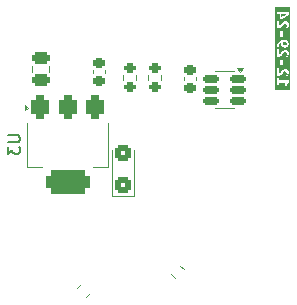
<source format=gbo>
G04 #@! TF.GenerationSoftware,KiCad,Pcbnew,8.0.7-8.0.7-0~ubuntu24.04.1*
G04 #@! TF.CreationDate,2025-01-06T18:45:38-05:00*
G04 #@! TF.ProjectId,ESP32_C3_LVGL_DEVBOARD,45535033-325f-4433-935f-4c56474c5f44,rev?*
G04 #@! TF.SameCoordinates,Original*
G04 #@! TF.FileFunction,Legend,Bot*
G04 #@! TF.FilePolarity,Positive*
%FSLAX46Y46*%
G04 Gerber Fmt 4.6, Leading zero omitted, Abs format (unit mm)*
G04 Created by KiCad (PCBNEW 8.0.7-8.0.7-0~ubuntu24.04.1) date 2025-01-06 18:45:38*
%MOMM*%
%LPD*%
G01*
G04 APERTURE LIST*
G04 Aperture macros list*
%AMRoundRect*
0 Rectangle with rounded corners*
0 $1 Rounding radius*
0 $2 $3 $4 $5 $6 $7 $8 $9 X,Y pos of 4 corners*
0 Add a 4 corners polygon primitive as box body*
4,1,4,$2,$3,$4,$5,$6,$7,$8,$9,$2,$3,0*
0 Add four circle primitives for the rounded corners*
1,1,$1+$1,$2,$3*
1,1,$1+$1,$4,$5*
1,1,$1+$1,$6,$7*
1,1,$1+$1,$8,$9*
0 Add four rect primitives between the rounded corners*
20,1,$1+$1,$2,$3,$4,$5,0*
20,1,$1+$1,$4,$5,$6,$7,0*
20,1,$1+$1,$6,$7,$8,$9,0*
20,1,$1+$1,$8,$9,$2,$3,0*%
G04 Aperture macros list end*
%ADD10C,0.153000*%
%ADD11C,0.120000*%
%ADD12C,0.000000*%
%ADD13R,1.000000X1.000000*%
%ADD14O,1.000000X1.000000*%
%ADD15C,0.650000*%
%ADD16O,1.000000X2.100000*%
%ADD17O,1.000000X1.800000*%
%ADD18RoundRect,0.200000X-0.053033X0.335876X-0.335876X0.053033X0.053033X-0.335876X0.335876X-0.053033X0*%
%ADD19RoundRect,0.250000X-0.475000X0.250000X-0.475000X-0.250000X0.475000X-0.250000X0.475000X0.250000X0*%
%ADD20RoundRect,0.150000X0.512500X0.150000X-0.512500X0.150000X-0.512500X-0.150000X0.512500X-0.150000X0*%
%ADD21RoundRect,0.200000X-0.335876X-0.053033X-0.053033X-0.335876X0.335876X0.053033X0.053033X0.335876X0*%
%ADD22RoundRect,0.200000X-0.275000X0.200000X-0.275000X-0.200000X0.275000X-0.200000X0.275000X0.200000X0*%
%ADD23RoundRect,0.250000X0.425000X-0.450000X0.425000X0.450000X-0.425000X0.450000X-0.425000X-0.450000X0*%
%ADD24RoundRect,0.375000X-0.375000X0.625000X-0.375000X-0.625000X0.375000X-0.625000X0.375000X0.625000X0*%
%ADD25RoundRect,0.500000X-1.400000X0.500000X-1.400000X-0.500000X1.400000X-0.500000X1.400000X0.500000X0*%
%ADD26RoundRect,0.225000X0.250000X-0.225000X0.250000X0.225000X-0.250000X0.225000X-0.250000X-0.225000X0*%
%ADD27RoundRect,0.225000X-0.250000X0.225000X-0.250000X-0.225000X0.250000X-0.225000X0.250000X0.225000X0*%
G04 APERTURE END LIST*
D10*
X142834663Y-82160595D02*
X143644186Y-82160595D01*
X143644186Y-82160595D02*
X143739424Y-82208214D01*
X143739424Y-82208214D02*
X143787044Y-82255833D01*
X143787044Y-82255833D02*
X143834663Y-82351071D01*
X143834663Y-82351071D02*
X143834663Y-82541547D01*
X143834663Y-82541547D02*
X143787044Y-82636785D01*
X143787044Y-82636785D02*
X143739424Y-82684404D01*
X143739424Y-82684404D02*
X143644186Y-82732023D01*
X143644186Y-82732023D02*
X142834663Y-82732023D01*
X142834663Y-83112976D02*
X142834663Y-83732023D01*
X142834663Y-83732023D02*
X143215615Y-83398690D01*
X143215615Y-83398690D02*
X143215615Y-83541547D01*
X143215615Y-83541547D02*
X143263234Y-83636785D01*
X143263234Y-83636785D02*
X143310853Y-83684404D01*
X143310853Y-83684404D02*
X143406091Y-83732023D01*
X143406091Y-83732023D02*
X143644186Y-83732023D01*
X143644186Y-83732023D02*
X143739424Y-83684404D01*
X143739424Y-83684404D02*
X143787044Y-83636785D01*
X143787044Y-83636785D02*
X143834663Y-83541547D01*
X143834663Y-83541547D02*
X143834663Y-83255833D01*
X143834663Y-83255833D02*
X143787044Y-83160595D01*
X143787044Y-83160595D02*
X143739424Y-83112976D01*
D11*
X148662770Y-95098303D02*
X148998303Y-94762770D01*
X149401697Y-95837230D02*
X149737230Y-95501697D01*
X144865000Y-76811252D02*
X144865000Y-76288748D01*
X146335000Y-76811252D02*
X146335000Y-76288748D01*
X160400000Y-76740000D02*
X161200000Y-76740000D01*
X160400000Y-79860000D02*
X161200000Y-79860000D01*
X162000000Y-76740000D02*
X161200000Y-76740000D01*
X162000000Y-79860000D02*
X161200000Y-79860000D01*
X162500000Y-76790000D02*
X162260000Y-76460000D01*
X162740000Y-76460000D01*
X162500000Y-76790000D01*
G36*
X162500000Y-76790000D02*
G01*
X162260000Y-76460000D01*
X162740000Y-76460000D01*
X162500000Y-76790000D01*
G37*
X156956666Y-94245593D02*
X156621133Y-93910060D01*
X157695593Y-93506666D02*
X157360060Y-93171133D01*
X154717500Y-77487258D02*
X154717500Y-77012742D01*
X155762500Y-77487258D02*
X155762500Y-77012742D01*
X151665000Y-83410000D02*
X151665000Y-87320000D01*
X151665000Y-87320000D02*
X153535000Y-87320000D01*
X153535000Y-87320000D02*
X153535000Y-83410000D01*
X144470000Y-84832500D02*
X144470000Y-81072500D01*
X145730000Y-84832500D02*
X144470000Y-84832500D01*
X150030000Y-84832500D02*
X151290000Y-84832500D01*
X151290000Y-84832500D02*
X151290000Y-81072500D01*
X144570000Y-79792500D02*
X144240000Y-80032500D01*
X144240000Y-79552500D01*
X144570000Y-79792500D01*
G36*
X144570000Y-79792500D02*
G01*
X144240000Y-80032500D01*
X144240000Y-79552500D01*
X144570000Y-79792500D01*
G37*
X152607500Y-77487258D02*
X152607500Y-77012742D01*
X153652500Y-77487258D02*
X153652500Y-77012742D01*
X157715000Y-77209420D02*
X157715000Y-77490580D01*
X158735000Y-77209420D02*
X158735000Y-77490580D01*
D12*
G36*
X166260743Y-71964669D02*
G01*
X166172698Y-72025250D01*
X166079806Y-72082601D01*
X165987722Y-72131066D01*
X165987722Y-71904895D01*
X166339903Y-71904895D01*
X166260743Y-71964669D01*
G37*
G36*
X166293861Y-74251422D02*
G01*
X166368982Y-74275654D01*
X166423910Y-74320889D01*
X166444911Y-74391163D01*
X166431179Y-74451745D01*
X166394830Y-74492132D01*
X166341519Y-74514750D01*
X166276898Y-74522019D01*
X166160582Y-74486478D01*
X166130291Y-74438821D01*
X166120194Y-74366931D01*
X166126656Y-74302310D01*
X166144426Y-74247383D01*
X166175929Y-74244960D01*
X166212278Y-74244152D01*
X166293861Y-74251422D01*
G37*
G36*
X166749165Y-71597948D02*
G01*
X166749165Y-77942052D01*
X166749165Y-78278616D01*
X165450835Y-78278616D01*
X165450835Y-77942052D01*
X165450835Y-77885509D01*
X165588691Y-77885509D01*
X165753473Y-77885509D01*
X165753473Y-77675493D01*
X166312439Y-77675493D01*
X166255089Y-77778885D01*
X166215509Y-77877431D01*
X166380291Y-77942052D01*
X166417447Y-77858045D01*
X166467528Y-77767577D01*
X166525687Y-77681955D01*
X166588691Y-77612488D01*
X166588691Y-77476785D01*
X165753473Y-77476785D01*
X165753473Y-77278078D01*
X165588691Y-77278078D01*
X165588691Y-77885509D01*
X165450835Y-77885509D01*
X165450835Y-77278078D01*
X165450835Y-77118142D01*
X165588691Y-77118142D01*
X165629079Y-77122181D01*
X165663005Y-77121373D01*
X165740549Y-77113901D01*
X165811632Y-77091486D01*
X165876858Y-77057561D01*
X165936834Y-77015557D01*
X165992165Y-76967900D01*
X166043457Y-76917011D01*
X166091721Y-76866123D01*
X166137964Y-76818465D01*
X166225202Y-76742536D01*
X166310824Y-76712649D01*
X166405331Y-76749806D01*
X166438449Y-76843506D01*
X166415832Y-76942052D01*
X166339903Y-77043829D01*
X166478837Y-77142375D01*
X166537803Y-77072706D01*
X166578998Y-76992940D01*
X166603231Y-76908328D01*
X166611309Y-76824120D01*
X166593538Y-76706187D01*
X166540226Y-76606026D01*
X166450565Y-76536559D01*
X166325363Y-76510711D01*
X166226010Y-76530097D01*
X166133118Y-76581793D01*
X166045880Y-76654491D01*
X165965105Y-76736882D01*
X165919063Y-76785347D01*
X165864136Y-76837044D01*
X165806785Y-76878239D01*
X165753473Y-76895202D01*
X165753473Y-76465477D01*
X165588691Y-76465477D01*
X165588691Y-77118142D01*
X165450835Y-77118142D01*
X165450835Y-76465477D01*
X165450835Y-76221535D01*
X165905331Y-76221535D01*
X166100808Y-76221535D01*
X166100808Y-75778885D01*
X165905331Y-75778885D01*
X165905331Y-76221535D01*
X165450835Y-76221535D01*
X165450835Y-75778885D01*
X165450835Y-75502633D01*
X165588691Y-75502633D01*
X165629079Y-75506672D01*
X165663005Y-75505864D01*
X165740549Y-75498393D01*
X165811632Y-75475977D01*
X165876858Y-75442052D01*
X165936834Y-75400048D01*
X165992165Y-75352391D01*
X166043457Y-75301502D01*
X166091721Y-75250614D01*
X166137964Y-75202956D01*
X166225202Y-75127027D01*
X166310824Y-75097141D01*
X166405331Y-75134297D01*
X166438449Y-75227997D01*
X166415832Y-75326543D01*
X166339903Y-75428320D01*
X166478837Y-75526866D01*
X166537803Y-75457197D01*
X166578998Y-75377431D01*
X166603231Y-75292819D01*
X166611309Y-75208611D01*
X166593538Y-75090679D01*
X166540226Y-74990517D01*
X166450565Y-74921050D01*
X166325363Y-74895202D01*
X166226010Y-74914588D01*
X166133118Y-74966284D01*
X166045880Y-75038982D01*
X165965105Y-75121373D01*
X165919063Y-75169838D01*
X165864136Y-75221535D01*
X165806785Y-75262730D01*
X165753473Y-75279693D01*
X165753473Y-74849968D01*
X165588691Y-74849968D01*
X165588691Y-75502633D01*
X165450835Y-75502633D01*
X165450835Y-74849968D01*
X165450835Y-74648029D01*
X165585460Y-74648029D01*
X165756704Y-74654491D01*
X165771446Y-74532116D01*
X165812439Y-74423473D01*
X165882108Y-74336640D01*
X165982876Y-74279693D01*
X165955412Y-74392779D01*
X165961672Y-74473554D01*
X165980452Y-74541405D01*
X166049111Y-74641567D01*
X166150081Y-74698110D01*
X166273667Y-74715880D01*
X166392407Y-74695687D01*
X166502262Y-74635913D01*
X166583037Y-74536559D01*
X166606664Y-74471535D01*
X166614540Y-74396010D01*
X166601975Y-74292797D01*
X166564279Y-74207175D01*
X166501454Y-74139144D01*
X166416191Y-74089781D01*
X166311183Y-74060163D01*
X166186430Y-74050291D01*
X166049313Y-74060792D01*
X165928756Y-74092294D01*
X165825565Y-74143384D01*
X165740549Y-74212649D01*
X165673708Y-74299079D01*
X165625040Y-74401664D01*
X165595355Y-74518586D01*
X165585460Y-74648029D01*
X165450835Y-74648029D01*
X165450835Y-73798271D01*
X165905331Y-73798271D01*
X166100808Y-73798271D01*
X166100808Y-73355622D01*
X165905331Y-73355622D01*
X165905331Y-73798271D01*
X165450835Y-73798271D01*
X165450835Y-73355622D01*
X165450835Y-73079370D01*
X165588691Y-73079370D01*
X165629079Y-73083409D01*
X165663005Y-73082601D01*
X165740549Y-73075129D01*
X165811632Y-73052714D01*
X165876858Y-73018788D01*
X165936834Y-72976785D01*
X165992165Y-72929128D01*
X166043457Y-72878239D01*
X166091721Y-72827351D01*
X166137964Y-72779693D01*
X166225202Y-72703764D01*
X166310824Y-72673877D01*
X166405331Y-72711034D01*
X166438449Y-72804733D01*
X166415832Y-72903279D01*
X166339903Y-73005057D01*
X166478837Y-73103603D01*
X166537803Y-73033934D01*
X166578998Y-72954168D01*
X166603231Y-72869556D01*
X166611309Y-72785347D01*
X166593538Y-72667415D01*
X166540226Y-72567254D01*
X166450565Y-72497787D01*
X166325363Y-72471939D01*
X166226010Y-72491325D01*
X166133118Y-72543021D01*
X166045880Y-72615719D01*
X165965105Y-72698110D01*
X165919063Y-72746575D01*
X165864136Y-72798271D01*
X165806785Y-72839467D01*
X165753473Y-72856430D01*
X165753473Y-72426704D01*
X165588691Y-72426704D01*
X165588691Y-73079370D01*
X165450835Y-73079370D01*
X165450835Y-72426704D01*
X165450835Y-71904895D01*
X165588691Y-71904895D01*
X165824556Y-71904895D01*
X165824556Y-72321696D01*
X165969952Y-72321696D01*
X166037197Y-72286559D01*
X166112924Y-72242536D01*
X166193901Y-72191648D01*
X166276898Y-72135913D01*
X166360299Y-72076139D01*
X166442488Y-72013134D01*
X166519830Y-71948514D01*
X166588691Y-71883893D01*
X166588691Y-71706187D01*
X165987722Y-71706187D01*
X165987722Y-71597948D01*
X165824556Y-71597948D01*
X165824556Y-71706187D01*
X165588691Y-71706187D01*
X165588691Y-71904895D01*
X165450835Y-71904895D01*
X165450835Y-71706187D01*
X165450835Y-71597948D01*
X165450835Y-71261384D01*
X166749165Y-71261384D01*
X166749165Y-71597948D01*
G37*
D11*
X149990000Y-76910580D02*
X149990000Y-76629420D01*
X151010000Y-76910580D02*
X151010000Y-76629420D01*
%LPC*%
D13*
X163950000Y-80300000D03*
D14*
X163950000Y-79030000D03*
X163950000Y-77760000D03*
D15*
X156890000Y-72225000D03*
X151110000Y-72225000D03*
D16*
X158320000Y-72785000D03*
D17*
X158320000Y-68605000D03*
D16*
X149680000Y-72785000D03*
D17*
X149680000Y-68605000D03*
D18*
X149783363Y-94716637D03*
X148616637Y-95883363D03*
D19*
X145600000Y-75600000D03*
X145600000Y-77500000D03*
D20*
X162337500Y-77350000D03*
X162337500Y-78300000D03*
X162337500Y-79250000D03*
X160062500Y-79250000D03*
X160062500Y-78300000D03*
X160062500Y-77350000D03*
D21*
X156575000Y-93125000D03*
X157741726Y-94291726D03*
D22*
X155240000Y-76425000D03*
X155240000Y-78075000D03*
D23*
X152600000Y-86360000D03*
X152600000Y-83660000D03*
D24*
X145580000Y-79772500D03*
X147880000Y-79772500D03*
D25*
X147880000Y-86072500D03*
D24*
X150180000Y-79772500D03*
D22*
X153130000Y-76425000D03*
X153130000Y-78075000D03*
D26*
X158225000Y-78125000D03*
X158225000Y-76575000D03*
D27*
X150500000Y-75995000D03*
X150500000Y-77545000D03*
%LPD*%
M02*

</source>
